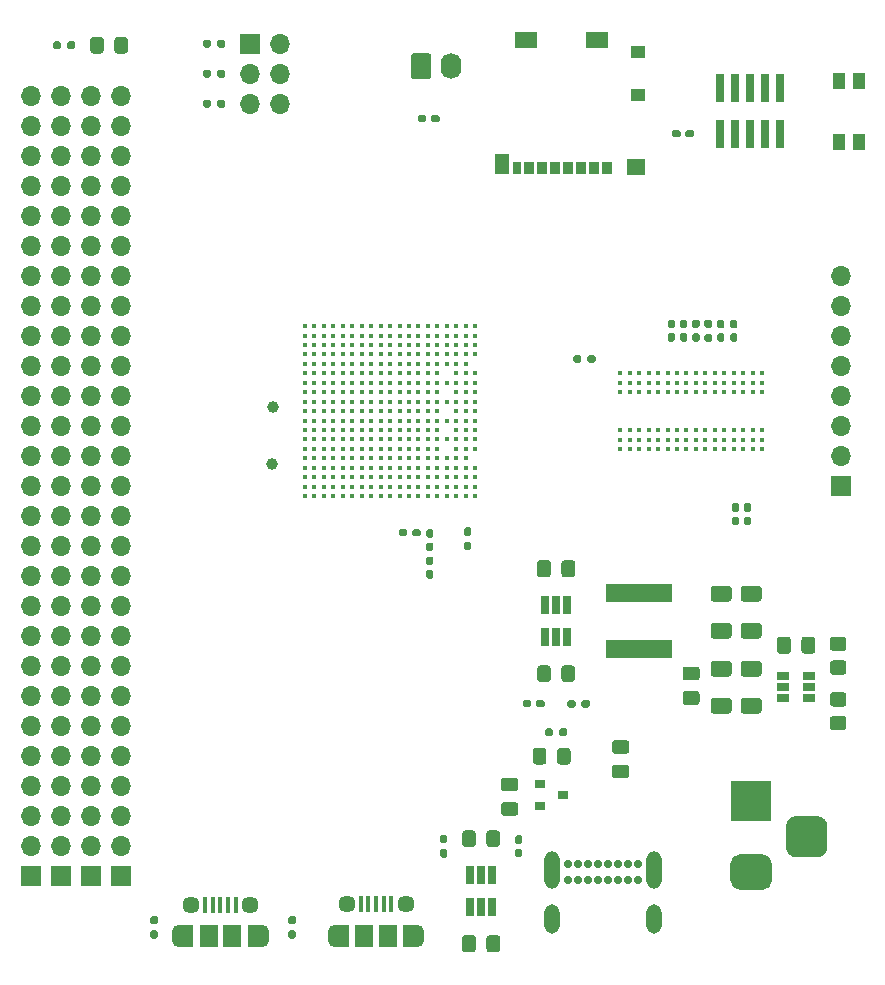
<source format=gbr>
%TF.GenerationSoftware,KiCad,Pcbnew,(5.1.8-0-10_14)*%
%TF.CreationDate,2021-04-06T01:22:42+01:00*%
%TF.ProjectId,STM32MP1_TestBoard_RevB,53544d33-324d-4503-915f-54657374426f,rev?*%
%TF.SameCoordinates,Original*%
%TF.FileFunction,Soldermask,Top*%
%TF.FilePolarity,Negative*%
%FSLAX46Y46*%
G04 Gerber Fmt 4.6, Leading zero omitted, Abs format (unit mm)*
G04 Created by KiCad (PCBNEW (5.1.8-0-10_14)) date 2021-04-06 01:22:42*
%MOMM*%
%LPD*%
G01*
G04 APERTURE LIST*
%ADD10R,0.650000X1.560000*%
%ADD11O,1.740000X2.190000*%
%ADD12C,1.000000*%
%ADD13O,1.300000X2.500000*%
%ADD14O,1.300000X3.200000*%
%ADD15C,0.700000*%
%ADD16R,1.900000X1.350000*%
%ADD17R,1.200000X1.000000*%
%ADD18R,1.550000X1.350000*%
%ADD19R,1.170000X1.800000*%
%ADD20R,0.850000X1.100000*%
%ADD21R,0.750000X1.100000*%
%ADD22R,1.000000X1.450000*%
%ADD23C,0.400000*%
%ADD24O,1.700000X1.700000*%
%ADD25R,1.700000X1.700000*%
%ADD26R,3.500000X3.500000*%
%ADD27R,1.200000X1.900000*%
%ADD28O,1.200000X1.900000*%
%ADD29R,1.500000X1.900000*%
%ADD30C,1.450000*%
%ADD31R,0.400000X1.350000*%
%ADD32R,1.060000X0.650000*%
%ADD33R,0.900000X0.800000*%
%ADD34R,5.700000X1.600000*%
%ADD35R,0.740000X2.400000*%
G04 APERTURE END LIST*
D10*
%TO.C,U6*%
X173990000Y-119300000D03*
X173040000Y-119300000D03*
X174940000Y-119300000D03*
X174940000Y-122000000D03*
X173990000Y-122000000D03*
X173040000Y-122000000D03*
%TD*%
%TO.C,U5*%
X167640000Y-144860000D03*
X168590000Y-144860000D03*
X166690000Y-144860000D03*
X166690000Y-142160000D03*
X167640000Y-142160000D03*
X168590000Y-142160000D03*
%TD*%
%TO.C,R26*%
G36*
G01*
X175655000Y-127475000D02*
X175655000Y-127795000D01*
G75*
G02*
X175495000Y-127955000I-160000J0D01*
G01*
X175100000Y-127955000D01*
G75*
G02*
X174940000Y-127795000I0J160000D01*
G01*
X174940000Y-127475000D01*
G75*
G02*
X175100000Y-127315000I160000J0D01*
G01*
X175495000Y-127315000D01*
G75*
G02*
X175655000Y-127475000I0J-160000D01*
G01*
G37*
G36*
G01*
X176850000Y-127475000D02*
X176850000Y-127795000D01*
G75*
G02*
X176690000Y-127955000I-160000J0D01*
G01*
X176295000Y-127955000D01*
G75*
G02*
X176135000Y-127795000I0J160000D01*
G01*
X176135000Y-127475000D01*
G75*
G02*
X176295000Y-127315000I160000J0D01*
G01*
X176690000Y-127315000D01*
G75*
G02*
X176850000Y-127475000I0J-160000D01*
G01*
G37*
%TD*%
%TO.C,D2*%
G36*
G01*
X173540000Y-124644999D02*
X173540000Y-125545001D01*
G75*
G02*
X173290001Y-125795000I-249999J0D01*
G01*
X172639999Y-125795000D01*
G75*
G02*
X172390000Y-125545001I0J249999D01*
G01*
X172390000Y-124644999D01*
G75*
G02*
X172639999Y-124395000I249999J0D01*
G01*
X173290001Y-124395000D01*
G75*
G02*
X173540000Y-124644999I0J-249999D01*
G01*
G37*
G36*
G01*
X175590000Y-124644999D02*
X175590000Y-125545001D01*
G75*
G02*
X175340001Y-125795000I-249999J0D01*
G01*
X174689999Y-125795000D01*
G75*
G02*
X174440000Y-125545001I0J249999D01*
G01*
X174440000Y-124644999D01*
G75*
G02*
X174689999Y-124395000I249999J0D01*
G01*
X175340001Y-124395000D01*
G75*
G02*
X175590000Y-124644999I0J-249999D01*
G01*
G37*
%TD*%
%TO.C,C44*%
G36*
G01*
X172285000Y-127790000D02*
X172285000Y-127480000D01*
G75*
G02*
X172440000Y-127325000I155000J0D01*
G01*
X172865000Y-127325000D01*
G75*
G02*
X173020000Y-127480000I0J-155000D01*
G01*
X173020000Y-127790000D01*
G75*
G02*
X172865000Y-127945000I-155000J0D01*
G01*
X172440000Y-127945000D01*
G75*
G02*
X172285000Y-127790000I0J155000D01*
G01*
G37*
G36*
G01*
X171150000Y-127790000D02*
X171150000Y-127480000D01*
G75*
G02*
X171305000Y-127325000I155000J0D01*
G01*
X171730000Y-127325000D01*
G75*
G02*
X171885000Y-127480000I0J-155000D01*
G01*
X171885000Y-127790000D01*
G75*
G02*
X171730000Y-127945000I-155000J0D01*
G01*
X171305000Y-127945000D01*
G75*
G02*
X171150000Y-127790000I0J155000D01*
G01*
G37*
%TD*%
%TO.C,C43*%
G36*
G01*
X174440000Y-116680000D02*
X174440000Y-115730000D01*
G75*
G02*
X174690000Y-115480000I250000J0D01*
G01*
X175365000Y-115480000D01*
G75*
G02*
X175615000Y-115730000I0J-250000D01*
G01*
X175615000Y-116680000D01*
G75*
G02*
X175365000Y-116930000I-250000J0D01*
G01*
X174690000Y-116930000D01*
G75*
G02*
X174440000Y-116680000I0J250000D01*
G01*
G37*
G36*
G01*
X172365000Y-116680000D02*
X172365000Y-115730000D01*
G75*
G02*
X172615000Y-115480000I250000J0D01*
G01*
X173290000Y-115480000D01*
G75*
G02*
X173540000Y-115730000I0J-250000D01*
G01*
X173540000Y-116680000D01*
G75*
G02*
X173290000Y-116930000I-250000J0D01*
G01*
X172615000Y-116930000D01*
G75*
G02*
X172365000Y-116680000I0J250000D01*
G01*
G37*
%TD*%
%TO.C,C41*%
G36*
G01*
X170660000Y-139900000D02*
X170970000Y-139900000D01*
G75*
G02*
X171125000Y-140055000I0J-155000D01*
G01*
X171125000Y-140480000D01*
G75*
G02*
X170970000Y-140635000I-155000J0D01*
G01*
X170660000Y-140635000D01*
G75*
G02*
X170505000Y-140480000I0J155000D01*
G01*
X170505000Y-140055000D01*
G75*
G02*
X170660000Y-139900000I155000J0D01*
G01*
G37*
G36*
G01*
X170660000Y-138765000D02*
X170970000Y-138765000D01*
G75*
G02*
X171125000Y-138920000I0J-155000D01*
G01*
X171125000Y-139345000D01*
G75*
G02*
X170970000Y-139500000I-155000J0D01*
G01*
X170660000Y-139500000D01*
G75*
G02*
X170505000Y-139345000I0J155000D01*
G01*
X170505000Y-138920000D01*
G75*
G02*
X170660000Y-138765000I155000J0D01*
G01*
G37*
%TD*%
%TO.C,C39*%
G36*
G01*
X167190000Y-147480000D02*
X167190000Y-148430000D01*
G75*
G02*
X166940000Y-148680000I-250000J0D01*
G01*
X166265000Y-148680000D01*
G75*
G02*
X166015000Y-148430000I0J250000D01*
G01*
X166015000Y-147480000D01*
G75*
G02*
X166265000Y-147230000I250000J0D01*
G01*
X166940000Y-147230000D01*
G75*
G02*
X167190000Y-147480000I0J-250000D01*
G01*
G37*
G36*
G01*
X169265000Y-147480000D02*
X169265000Y-148430000D01*
G75*
G02*
X169015000Y-148680000I-250000J0D01*
G01*
X168340000Y-148680000D01*
G75*
G02*
X168090000Y-148430000I0J250000D01*
G01*
X168090000Y-147480000D01*
G75*
G02*
X168340000Y-147230000I250000J0D01*
G01*
X169015000Y-147230000D01*
G75*
G02*
X169265000Y-147480000I0J-250000D01*
G01*
G37*
%TD*%
D11*
%TO.C,J12*%
X165100000Y-73660000D03*
G36*
G01*
X161690000Y-74505001D02*
X161690000Y-72814999D01*
G75*
G02*
X161939999Y-72565000I249999J0D01*
G01*
X163180001Y-72565000D01*
G75*
G02*
X163430000Y-72814999I0J-249999D01*
G01*
X163430000Y-74505001D01*
G75*
G02*
X163180001Y-74755000I-249999J0D01*
G01*
X161939999Y-74755000D01*
G75*
G02*
X161690000Y-74505001I0J249999D01*
G01*
G37*
%TD*%
%TO.C,C38*%
G36*
G01*
X162995000Y-77950000D02*
X162995000Y-78260000D01*
G75*
G02*
X162840000Y-78415000I-155000J0D01*
G01*
X162415000Y-78415000D01*
G75*
G02*
X162260000Y-78260000I0J155000D01*
G01*
X162260000Y-77950000D01*
G75*
G02*
X162415000Y-77795000I155000J0D01*
G01*
X162840000Y-77795000D01*
G75*
G02*
X162995000Y-77950000I0J-155000D01*
G01*
G37*
G36*
G01*
X164130000Y-77950000D02*
X164130000Y-78260000D01*
G75*
G02*
X163975000Y-78415000I-155000J0D01*
G01*
X163550000Y-78415000D01*
G75*
G02*
X163395000Y-78260000I0J155000D01*
G01*
X163395000Y-77950000D01*
G75*
G02*
X163550000Y-77795000I155000J0D01*
G01*
X163975000Y-77795000D01*
G75*
G02*
X164130000Y-77950000I0J-155000D01*
G01*
G37*
%TD*%
D12*
%TO.C,TP2*%
X149923500Y-107378500D03*
%TD*%
D13*
%TO.C,J11*%
X182270400Y-145846800D03*
X173639480Y-145836640D03*
D14*
X182306000Y-141696000D03*
X173656000Y-141696000D03*
D15*
X178406000Y-142548000D03*
X180956000Y-142544800D03*
X180106000Y-142548000D03*
X179256000Y-142548000D03*
X174993300Y-142544800D03*
X176695100Y-142544800D03*
X177556000Y-142548000D03*
X175844200Y-142544800D03*
X180962300Y-141185900D03*
X180111400Y-141185900D03*
X179256000Y-141185900D03*
X178406000Y-141185000D03*
X177556000Y-141185000D03*
X176695100Y-141185000D03*
X175844200Y-141185000D03*
X174993300Y-141185000D03*
%TD*%
%TO.C,C3*%
G36*
G01*
X170528000Y-135059000D02*
X169578000Y-135059000D01*
G75*
G02*
X169328000Y-134809000I0J250000D01*
G01*
X169328000Y-134134000D01*
G75*
G02*
X169578000Y-133884000I250000J0D01*
G01*
X170528000Y-133884000D01*
G75*
G02*
X170778000Y-134134000I0J-250000D01*
G01*
X170778000Y-134809000D01*
G75*
G02*
X170528000Y-135059000I-250000J0D01*
G01*
G37*
G36*
G01*
X170528000Y-137134000D02*
X169578000Y-137134000D01*
G75*
G02*
X169328000Y-136884000I0J250000D01*
G01*
X169328000Y-136209000D01*
G75*
G02*
X169578000Y-135959000I250000J0D01*
G01*
X170528000Y-135959000D01*
G75*
G02*
X170778000Y-136209000I0J-250000D01*
G01*
X170778000Y-136884000D01*
G75*
G02*
X170528000Y-137134000I-250000J0D01*
G01*
G37*
%TD*%
%TO.C,C1*%
G36*
G01*
X178976000Y-132784000D02*
X179926000Y-132784000D01*
G75*
G02*
X180176000Y-133034000I0J-250000D01*
G01*
X180176000Y-133709000D01*
G75*
G02*
X179926000Y-133959000I-250000J0D01*
G01*
X178976000Y-133959000D01*
G75*
G02*
X178726000Y-133709000I0J250000D01*
G01*
X178726000Y-133034000D01*
G75*
G02*
X178976000Y-132784000I250000J0D01*
G01*
G37*
G36*
G01*
X178976000Y-130709000D02*
X179926000Y-130709000D01*
G75*
G02*
X180176000Y-130959000I0J-250000D01*
G01*
X180176000Y-131634000D01*
G75*
G02*
X179926000Y-131884000I-250000J0D01*
G01*
X178976000Y-131884000D01*
G75*
G02*
X178726000Y-131634000I0J250000D01*
G01*
X178726000Y-130959000D01*
G75*
G02*
X178976000Y-130709000I250000J0D01*
G01*
G37*
%TD*%
D16*
%TO.C,J10*%
X171466500Y-71460000D03*
X177436500Y-71460000D03*
D17*
X180936500Y-76135000D03*
X180936500Y-72435000D03*
D18*
X180761500Y-82160000D03*
D19*
X169441500Y-81935000D03*
D20*
X171701500Y-82285000D03*
X172801500Y-82285000D03*
X173901500Y-82285000D03*
X175001500Y-82285000D03*
X176101500Y-82285000D03*
X177201500Y-82285000D03*
D21*
X170651500Y-82285000D03*
D20*
X178301500Y-82285000D03*
%TD*%
D22*
%TO.C,SW2*%
X199605000Y-80045000D03*
X199605000Y-74895000D03*
X197905000Y-74895000D03*
X197905000Y-80045000D03*
%TD*%
D23*
%TO.C,U1*%
X167131000Y-110057000D03*
X167131000Y-109257000D03*
X167131000Y-108457000D03*
X167131000Y-107657000D03*
X167131000Y-106057000D03*
X167131000Y-105257000D03*
X167131000Y-104457000D03*
X167131000Y-103657000D03*
X167131000Y-102857000D03*
X167131000Y-102057000D03*
X167131000Y-101257000D03*
X167131000Y-100457000D03*
X167131000Y-99657000D03*
X167131000Y-98057000D03*
X167131000Y-97257000D03*
X167131000Y-96457000D03*
X167131000Y-95657000D03*
X166331000Y-110057000D03*
X166331000Y-109257000D03*
X166331000Y-108457000D03*
X166331000Y-107657000D03*
X166331000Y-106857000D03*
X166331000Y-106057000D03*
X166331000Y-105257000D03*
X166331000Y-104457000D03*
X166331000Y-103657000D03*
X166331000Y-102857000D03*
X166331000Y-102057000D03*
X166331000Y-101257000D03*
X166331000Y-100457000D03*
X166331000Y-99657000D03*
X166331000Y-98857000D03*
X166331000Y-98057000D03*
X166331000Y-97257000D03*
X166331000Y-96457000D03*
X166331000Y-95657000D03*
X165531000Y-110057000D03*
X165531000Y-109257000D03*
X165531000Y-108457000D03*
X165531000Y-107657000D03*
X165531000Y-106857000D03*
X165531000Y-106057000D03*
X165531000Y-105257000D03*
X165531000Y-104457000D03*
X165531000Y-103657000D03*
X165531000Y-102857000D03*
X165531000Y-102057000D03*
X165531000Y-101257000D03*
X165531000Y-100457000D03*
X165531000Y-99657000D03*
X165531000Y-98857000D03*
X165531000Y-98057000D03*
X165531000Y-97257000D03*
X165531000Y-96457000D03*
X165531000Y-95657000D03*
X164731000Y-110057000D03*
X164731000Y-109257000D03*
X164731000Y-108457000D03*
X164731000Y-107657000D03*
X164731000Y-106857000D03*
X164731000Y-105257000D03*
X164731000Y-103657000D03*
X164731000Y-102057000D03*
X164731000Y-100457000D03*
X164731000Y-98857000D03*
X164731000Y-98057000D03*
X164731000Y-97257000D03*
X164731000Y-96457000D03*
X164731000Y-95657000D03*
X163931000Y-110057000D03*
X163931000Y-109257000D03*
X163931000Y-108457000D03*
X163931000Y-107657000D03*
X163931000Y-106857000D03*
X163931000Y-106057000D03*
X163931000Y-105257000D03*
X163931000Y-104457000D03*
X163931000Y-103657000D03*
X163931000Y-102857000D03*
X163931000Y-102057000D03*
X163931000Y-101257000D03*
X163931000Y-100457000D03*
X163931000Y-99657000D03*
X163931000Y-98857000D03*
X163931000Y-98057000D03*
X163931000Y-97257000D03*
X163931000Y-96457000D03*
X163931000Y-95657000D03*
X163131000Y-110057000D03*
X163131000Y-109257000D03*
X163131000Y-108457000D03*
X163131000Y-107657000D03*
X163131000Y-106857000D03*
X163131000Y-106057000D03*
X163131000Y-105257000D03*
X163131000Y-104457000D03*
X163131000Y-103657000D03*
X163131000Y-102857000D03*
X163131000Y-102057000D03*
X163131000Y-101257000D03*
X163131000Y-100457000D03*
X163131000Y-99657000D03*
X163131000Y-98857000D03*
X163131000Y-98057000D03*
X163131000Y-97257000D03*
X163131000Y-96457000D03*
X163131000Y-95657000D03*
X162331000Y-110057000D03*
X162331000Y-109257000D03*
X162331000Y-108457000D03*
X162331000Y-107657000D03*
X162331000Y-106857000D03*
X162331000Y-106057000D03*
X162331000Y-105257000D03*
X162331000Y-104457000D03*
X162331000Y-103657000D03*
X162331000Y-102857000D03*
X162331000Y-102057000D03*
X162331000Y-101257000D03*
X162331000Y-100457000D03*
X162331000Y-99657000D03*
X162331000Y-98857000D03*
X162331000Y-98057000D03*
X162331000Y-97257000D03*
X162331000Y-96457000D03*
X162331000Y-95657000D03*
X161531000Y-110057000D03*
X161531000Y-109257000D03*
X161531000Y-108457000D03*
X161531000Y-107657000D03*
X161531000Y-106857000D03*
X161531000Y-106057000D03*
X161531000Y-105257000D03*
X161531000Y-104457000D03*
X161531000Y-103657000D03*
X161531000Y-102857000D03*
X161531000Y-102057000D03*
X161531000Y-101257000D03*
X161531000Y-100457000D03*
X161531000Y-99657000D03*
X161531000Y-98857000D03*
X161531000Y-98057000D03*
X161531000Y-97257000D03*
X161531000Y-96457000D03*
X161531000Y-95657000D03*
X160731000Y-110057000D03*
X160731000Y-109257000D03*
X160731000Y-108457000D03*
X160731000Y-107657000D03*
X160731000Y-106857000D03*
X160731000Y-106057000D03*
X160731000Y-105257000D03*
X160731000Y-104457000D03*
X160731000Y-103657000D03*
X160731000Y-102857000D03*
X160731000Y-102057000D03*
X160731000Y-101257000D03*
X160731000Y-100457000D03*
X160731000Y-99657000D03*
X160731000Y-98857000D03*
X160731000Y-98057000D03*
X160731000Y-97257000D03*
X160731000Y-96457000D03*
X160731000Y-95657000D03*
X159931000Y-110057000D03*
X159931000Y-109257000D03*
X159931000Y-108457000D03*
X159931000Y-107657000D03*
X159931000Y-106857000D03*
X159931000Y-106057000D03*
X159931000Y-105257000D03*
X159931000Y-104457000D03*
X159931000Y-103657000D03*
X159931000Y-102857000D03*
X159931000Y-102057000D03*
X159931000Y-101257000D03*
X159931000Y-100457000D03*
X159931000Y-99657000D03*
X159931000Y-98857000D03*
X159931000Y-98057000D03*
X159931000Y-97257000D03*
X159931000Y-96457000D03*
X159931000Y-95657000D03*
X159131000Y-110057000D03*
X159131000Y-109257000D03*
X159131000Y-108457000D03*
X159131000Y-107657000D03*
X159131000Y-106857000D03*
X159131000Y-106057000D03*
X159131000Y-105257000D03*
X159131000Y-104457000D03*
X159131000Y-103657000D03*
X159131000Y-102857000D03*
X159131000Y-102057000D03*
X159131000Y-101257000D03*
X159131000Y-100457000D03*
X159131000Y-99657000D03*
X159131000Y-98857000D03*
X159131000Y-98057000D03*
X159131000Y-97257000D03*
X159131000Y-96457000D03*
X159131000Y-95657000D03*
X158331000Y-110057000D03*
X158331000Y-109257000D03*
X158331000Y-108457000D03*
X158331000Y-107657000D03*
X158331000Y-106857000D03*
X158331000Y-106057000D03*
X158331000Y-105257000D03*
X158331000Y-104457000D03*
X158331000Y-103657000D03*
X158331000Y-102857000D03*
X158331000Y-102057000D03*
X158331000Y-101257000D03*
X158331000Y-100457000D03*
X158331000Y-99657000D03*
X158331000Y-98857000D03*
X158331000Y-98057000D03*
X158331000Y-97257000D03*
X158331000Y-96457000D03*
X158331000Y-95657000D03*
X157531000Y-110057000D03*
X157531000Y-109257000D03*
X157531000Y-108457000D03*
X157531000Y-107657000D03*
X157531000Y-106857000D03*
X157531000Y-106057000D03*
X157531000Y-105257000D03*
X157531000Y-104457000D03*
X157531000Y-103657000D03*
X157531000Y-102857000D03*
X157531000Y-102057000D03*
X157531000Y-101257000D03*
X157531000Y-100457000D03*
X157531000Y-99657000D03*
X157531000Y-98857000D03*
X157531000Y-98057000D03*
X157531000Y-97257000D03*
X157531000Y-96457000D03*
X157531000Y-95657000D03*
X156731000Y-110057000D03*
X156731000Y-109257000D03*
X156731000Y-108457000D03*
X156731000Y-107657000D03*
X156731000Y-106857000D03*
X156731000Y-106057000D03*
X156731000Y-105257000D03*
X156731000Y-104457000D03*
X156731000Y-103657000D03*
X156731000Y-102857000D03*
X156731000Y-102057000D03*
X156731000Y-101257000D03*
X156731000Y-100457000D03*
X156731000Y-99657000D03*
X156731000Y-98857000D03*
X156731000Y-98057000D03*
X156731000Y-97257000D03*
X156731000Y-96457000D03*
X156731000Y-95657000D03*
X155931000Y-110057000D03*
X155931000Y-109257000D03*
X155931000Y-108457000D03*
X155931000Y-107657000D03*
X155931000Y-106857000D03*
X155931000Y-106057000D03*
X155931000Y-105257000D03*
X155931000Y-104457000D03*
X155931000Y-103657000D03*
X155931000Y-102857000D03*
X155931000Y-102057000D03*
X155931000Y-101257000D03*
X155931000Y-100457000D03*
X155931000Y-99657000D03*
X155931000Y-98857000D03*
X155931000Y-98057000D03*
X155931000Y-97257000D03*
X155931000Y-96457000D03*
X155931000Y-95657000D03*
X155131000Y-110057000D03*
X155131000Y-109257000D03*
X155131000Y-108457000D03*
X155131000Y-107657000D03*
X155131000Y-106857000D03*
X155131000Y-106057000D03*
X155131000Y-105257000D03*
X155131000Y-104457000D03*
X155131000Y-103657000D03*
X155131000Y-102857000D03*
X155131000Y-102057000D03*
X155131000Y-101257000D03*
X155131000Y-100457000D03*
X155131000Y-99657000D03*
X155131000Y-98857000D03*
X155131000Y-98057000D03*
X155131000Y-97257000D03*
X155131000Y-96457000D03*
X155131000Y-95657000D03*
X154331000Y-110057000D03*
X154331000Y-109257000D03*
X154331000Y-108457000D03*
X154331000Y-107657000D03*
X154331000Y-106857000D03*
X154331000Y-106057000D03*
X154331000Y-105257000D03*
X154331000Y-104457000D03*
X154331000Y-103657000D03*
X154331000Y-102857000D03*
X154331000Y-102057000D03*
X154331000Y-101257000D03*
X154331000Y-100457000D03*
X154331000Y-99657000D03*
X154331000Y-98857000D03*
X154331000Y-98057000D03*
X154331000Y-97257000D03*
X154331000Y-96457000D03*
X154331000Y-95657000D03*
X153531000Y-110057000D03*
X153531000Y-109257000D03*
X153531000Y-108457000D03*
X153531000Y-107657000D03*
X153531000Y-106857000D03*
X153531000Y-106057000D03*
X153531000Y-105257000D03*
X153531000Y-104457000D03*
X153531000Y-103657000D03*
X153531000Y-102857000D03*
X153531000Y-102057000D03*
X153531000Y-101257000D03*
X153531000Y-100457000D03*
X153531000Y-99657000D03*
X153531000Y-98857000D03*
X153531000Y-98057000D03*
X153531000Y-97257000D03*
X153531000Y-96457000D03*
X153531000Y-95657000D03*
X152731000Y-110057000D03*
X152731000Y-109257000D03*
X152731000Y-108457000D03*
X152731000Y-107657000D03*
X152731000Y-106857000D03*
X152731000Y-106057000D03*
X152731000Y-105257000D03*
X152731000Y-104457000D03*
X152731000Y-103657000D03*
X152731000Y-102857000D03*
X152731000Y-102057000D03*
X152731000Y-101257000D03*
X152731000Y-100457000D03*
X152731000Y-99657000D03*
X152731000Y-98857000D03*
X152731000Y-98057000D03*
X152731000Y-97257000D03*
X152731000Y-96457000D03*
X152731000Y-95657000D03*
%TD*%
D24*
%TO.C,J7*%
X198120000Y-91440000D03*
X198120000Y-93980000D03*
X198120000Y-96520000D03*
X198120000Y-99060000D03*
X198120000Y-101600000D03*
X198120000Y-104140000D03*
X198120000Y-106680000D03*
D25*
X198120000Y-109220000D03*
%TD*%
D12*
%TO.C,TP1*%
X149987000Y-102489000D03*
%TD*%
%TO.C,R19*%
G36*
G01*
X173750000Y-129888000D02*
X173750000Y-130208000D01*
G75*
G02*
X173590000Y-130368000I-160000J0D01*
G01*
X173195000Y-130368000D01*
G75*
G02*
X173035000Y-130208000I0J160000D01*
G01*
X173035000Y-129888000D01*
G75*
G02*
X173195000Y-129728000I160000J0D01*
G01*
X173590000Y-129728000D01*
G75*
G02*
X173750000Y-129888000I0J-160000D01*
G01*
G37*
G36*
G01*
X174945000Y-129888000D02*
X174945000Y-130208000D01*
G75*
G02*
X174785000Y-130368000I-160000J0D01*
G01*
X174390000Y-130368000D01*
G75*
G02*
X174230000Y-130208000I0J160000D01*
G01*
X174230000Y-129888000D01*
G75*
G02*
X174390000Y-129728000I160000J0D01*
G01*
X174785000Y-129728000D01*
G75*
G02*
X174945000Y-129888000I0J-160000D01*
G01*
G37*
%TD*%
%TO.C,R18*%
G36*
G01*
X164305000Y-139940000D02*
X164625000Y-139940000D01*
G75*
G02*
X164785000Y-140100000I0J-160000D01*
G01*
X164785000Y-140495000D01*
G75*
G02*
X164625000Y-140655000I-160000J0D01*
G01*
X164305000Y-140655000D01*
G75*
G02*
X164145000Y-140495000I0J160000D01*
G01*
X164145000Y-140100000D01*
G75*
G02*
X164305000Y-139940000I160000J0D01*
G01*
G37*
G36*
G01*
X164305000Y-138745000D02*
X164625000Y-138745000D01*
G75*
G02*
X164785000Y-138905000I0J-160000D01*
G01*
X164785000Y-139300000D01*
G75*
G02*
X164625000Y-139460000I-160000J0D01*
G01*
X164305000Y-139460000D01*
G75*
G02*
X164145000Y-139300000I0J160000D01*
G01*
X164145000Y-138905000D01*
G75*
G02*
X164305000Y-138745000I160000J0D01*
G01*
G37*
%TD*%
%TO.C,D4*%
G36*
G01*
X173159000Y-131629999D02*
X173159000Y-132530001D01*
G75*
G02*
X172909001Y-132780000I-249999J0D01*
G01*
X172258999Y-132780000D01*
G75*
G02*
X172009000Y-132530001I0J249999D01*
G01*
X172009000Y-131629999D01*
G75*
G02*
X172258999Y-131380000I249999J0D01*
G01*
X172909001Y-131380000D01*
G75*
G02*
X173159000Y-131629999I0J-249999D01*
G01*
G37*
G36*
G01*
X175209000Y-131629999D02*
X175209000Y-132530001D01*
G75*
G02*
X174959001Y-132780000I-249999J0D01*
G01*
X174308999Y-132780000D01*
G75*
G02*
X174059000Y-132530001I0J249999D01*
G01*
X174059000Y-131629999D01*
G75*
G02*
X174308999Y-131380000I249999J0D01*
G01*
X174959001Y-131380000D01*
G75*
G02*
X175209000Y-131629999I0J-249999D01*
G01*
G37*
%TD*%
%TO.C,D3*%
G36*
G01*
X168090000Y-139515001D02*
X168090000Y-138614999D01*
G75*
G02*
X168339999Y-138365000I249999J0D01*
G01*
X168990001Y-138365000D01*
G75*
G02*
X169240000Y-138614999I0J-249999D01*
G01*
X169240000Y-139515001D01*
G75*
G02*
X168990001Y-139765000I-249999J0D01*
G01*
X168339999Y-139765000D01*
G75*
G02*
X168090000Y-139515001I0J249999D01*
G01*
G37*
G36*
G01*
X166040000Y-139515001D02*
X166040000Y-138614999D01*
G75*
G02*
X166289999Y-138365000I249999J0D01*
G01*
X166940001Y-138365000D01*
G75*
G02*
X167190000Y-138614999I0J-249999D01*
G01*
X167190000Y-139515001D01*
G75*
G02*
X166940001Y-139765000I-249999J0D01*
G01*
X166289999Y-139765000D01*
G75*
G02*
X166040000Y-139515001I0J249999D01*
G01*
G37*
%TD*%
%TO.C,J9*%
G36*
G01*
X196075000Y-140640000D02*
X194325000Y-140640000D01*
G75*
G02*
X193450000Y-139765000I0J875000D01*
G01*
X193450000Y-138015000D01*
G75*
G02*
X194325000Y-137140000I875000J0D01*
G01*
X196075000Y-137140000D01*
G75*
G02*
X196950000Y-138015000I0J-875000D01*
G01*
X196950000Y-139765000D01*
G75*
G02*
X196075000Y-140640000I-875000J0D01*
G01*
G37*
G36*
G01*
X191500000Y-143390000D02*
X189500000Y-143390000D01*
G75*
G02*
X188750000Y-142640000I0J750000D01*
G01*
X188750000Y-141140000D01*
G75*
G02*
X189500000Y-140390000I750000J0D01*
G01*
X191500000Y-140390000D01*
G75*
G02*
X192250000Y-141140000I0J-750000D01*
G01*
X192250000Y-142640000D01*
G75*
G02*
X191500000Y-143390000I-750000J0D01*
G01*
G37*
D26*
X190500000Y-135890000D03*
%TD*%
%TO.C,C57*%
G36*
G01*
X185981400Y-96972400D02*
X185671400Y-96972400D01*
G75*
G02*
X185516400Y-96817400I0J155000D01*
G01*
X185516400Y-96392400D01*
G75*
G02*
X185671400Y-96237400I155000J0D01*
G01*
X185981400Y-96237400D01*
G75*
G02*
X186136400Y-96392400I0J-155000D01*
G01*
X186136400Y-96817400D01*
G75*
G02*
X185981400Y-96972400I-155000J0D01*
G01*
G37*
G36*
G01*
X185981400Y-95837400D02*
X185671400Y-95837400D01*
G75*
G02*
X185516400Y-95682400I0J155000D01*
G01*
X185516400Y-95257400D01*
G75*
G02*
X185671400Y-95102400I155000J0D01*
G01*
X185981400Y-95102400D01*
G75*
G02*
X186136400Y-95257400I0J-155000D01*
G01*
X186136400Y-95682400D01*
G75*
G02*
X185981400Y-95837400I-155000J0D01*
G01*
G37*
%TD*%
%TO.C,C40*%
G36*
G01*
X189024200Y-110647200D02*
X189334200Y-110647200D01*
G75*
G02*
X189489200Y-110802200I0J-155000D01*
G01*
X189489200Y-111227200D01*
G75*
G02*
X189334200Y-111382200I-155000J0D01*
G01*
X189024200Y-111382200D01*
G75*
G02*
X188869200Y-111227200I0J155000D01*
G01*
X188869200Y-110802200D01*
G75*
G02*
X189024200Y-110647200I155000J0D01*
G01*
G37*
G36*
G01*
X189024200Y-111782200D02*
X189334200Y-111782200D01*
G75*
G02*
X189489200Y-111937200I0J-155000D01*
G01*
X189489200Y-112362200D01*
G75*
G02*
X189334200Y-112517200I-155000J0D01*
G01*
X189024200Y-112517200D01*
G75*
G02*
X188869200Y-112362200I0J155000D01*
G01*
X188869200Y-111937200D01*
G75*
G02*
X189024200Y-111782200I155000J0D01*
G01*
G37*
%TD*%
%TO.C,R15*%
G36*
G01*
X175422600Y-98610400D02*
X175422600Y-98290400D01*
G75*
G02*
X175582600Y-98130400I160000J0D01*
G01*
X175977600Y-98130400D01*
G75*
G02*
X176137600Y-98290400I0J-160000D01*
G01*
X176137600Y-98610400D01*
G75*
G02*
X175977600Y-98770400I-160000J0D01*
G01*
X175582600Y-98770400D01*
G75*
G02*
X175422600Y-98610400I0J160000D01*
G01*
G37*
G36*
G01*
X176617600Y-98610400D02*
X176617600Y-98290400D01*
G75*
G02*
X176777600Y-98130400I160000J0D01*
G01*
X177172600Y-98130400D01*
G75*
G02*
X177332600Y-98290400I0J-160000D01*
G01*
X177332600Y-98610400D01*
G75*
G02*
X177172600Y-98770400I-160000J0D01*
G01*
X176777600Y-98770400D01*
G75*
G02*
X176617600Y-98610400I0J160000D01*
G01*
G37*
%TD*%
%TO.C,C62*%
G36*
G01*
X183898600Y-96972400D02*
X183588600Y-96972400D01*
G75*
G02*
X183433600Y-96817400I0J155000D01*
G01*
X183433600Y-96392400D01*
G75*
G02*
X183588600Y-96237400I155000J0D01*
G01*
X183898600Y-96237400D01*
G75*
G02*
X184053600Y-96392400I0J-155000D01*
G01*
X184053600Y-96817400D01*
G75*
G02*
X183898600Y-96972400I-155000J0D01*
G01*
G37*
G36*
G01*
X183898600Y-95837400D02*
X183588600Y-95837400D01*
G75*
G02*
X183433600Y-95682400I0J155000D01*
G01*
X183433600Y-95257400D01*
G75*
G02*
X183588600Y-95102400I155000J0D01*
G01*
X183898600Y-95102400D01*
G75*
G02*
X184053600Y-95257400I0J-155000D01*
G01*
X184053600Y-95682400D01*
G75*
G02*
X183898600Y-95837400I-155000J0D01*
G01*
G37*
%TD*%
D23*
%TO.C,U2*%
X191420000Y-99670000D03*
X191420000Y-100470000D03*
X191420000Y-101270000D03*
X191420000Y-104470000D03*
X191420000Y-105270000D03*
X191420000Y-106070000D03*
X190620000Y-99670000D03*
X190620000Y-100470000D03*
X190620000Y-101270000D03*
X190620000Y-104470000D03*
X190620000Y-105270000D03*
X190620000Y-106070000D03*
X189820000Y-99670000D03*
X189820000Y-100470000D03*
X189820000Y-101270000D03*
X189820000Y-104470000D03*
X189820000Y-105270000D03*
X189820000Y-106070000D03*
X189020000Y-99670000D03*
X189020000Y-100470000D03*
X189020000Y-101270000D03*
X189020000Y-104470000D03*
X189020000Y-105270000D03*
X189020000Y-106070000D03*
X188220000Y-99670000D03*
X188220000Y-100470000D03*
X188220000Y-101270000D03*
X188220000Y-104470000D03*
X188220000Y-105270000D03*
X188220000Y-106070000D03*
X187420000Y-99670000D03*
X187420000Y-100470000D03*
X187420000Y-101270000D03*
X187420000Y-104470000D03*
X187420000Y-105270000D03*
X187420000Y-106070000D03*
X186620000Y-99670000D03*
X186620000Y-100470000D03*
X186620000Y-101270000D03*
X186620000Y-104470000D03*
X186620000Y-105270000D03*
X186620000Y-106070000D03*
X185820000Y-99670000D03*
X185820000Y-100470000D03*
X185820000Y-101270000D03*
X185820000Y-104470000D03*
X185820000Y-105270000D03*
X185820000Y-106070000D03*
X185020000Y-99670000D03*
X185020000Y-100470000D03*
X185020000Y-101270000D03*
X185020000Y-104470000D03*
X185020000Y-105270000D03*
X185020000Y-106070000D03*
X184220000Y-99670000D03*
X184220000Y-100470000D03*
X184220000Y-101270000D03*
X184220000Y-104470000D03*
X184220000Y-105270000D03*
X184220000Y-106070000D03*
X183420000Y-99670000D03*
X183420000Y-100470000D03*
X183420000Y-101270000D03*
X183420000Y-104470000D03*
X183420000Y-105270000D03*
X183420000Y-106070000D03*
X182620000Y-99670000D03*
X182620000Y-100470000D03*
X182620000Y-101270000D03*
X182620000Y-104470000D03*
X182620000Y-105270000D03*
X182620000Y-106070000D03*
X181820000Y-99670000D03*
X181820000Y-100470000D03*
X181820000Y-101270000D03*
X181820000Y-104470000D03*
X181820000Y-105270000D03*
X181820000Y-106070000D03*
X181020000Y-99670000D03*
X181020000Y-100470000D03*
X181020000Y-101270000D03*
X181020000Y-104470000D03*
X181020000Y-105270000D03*
X181020000Y-106070000D03*
X180220000Y-99670000D03*
X180220000Y-100470000D03*
X180220000Y-101270000D03*
X180220000Y-104470000D03*
X180220000Y-105270000D03*
X180220000Y-106070000D03*
X179420000Y-99670000D03*
X179420000Y-100470000D03*
X179420000Y-101270000D03*
X179420000Y-104470000D03*
X179420000Y-105270000D03*
X179420000Y-106070000D03*
%TD*%
%TO.C,C36*%
G36*
G01*
X189181800Y-96997800D02*
X188871800Y-96997800D01*
G75*
G02*
X188716800Y-96842800I0J155000D01*
G01*
X188716800Y-96417800D01*
G75*
G02*
X188871800Y-96262800I155000J0D01*
G01*
X189181800Y-96262800D01*
G75*
G02*
X189336800Y-96417800I0J-155000D01*
G01*
X189336800Y-96842800D01*
G75*
G02*
X189181800Y-96997800I-155000J0D01*
G01*
G37*
G36*
G01*
X189181800Y-95862800D02*
X188871800Y-95862800D01*
G75*
G02*
X188716800Y-95707800I0J155000D01*
G01*
X188716800Y-95282800D01*
G75*
G02*
X188871800Y-95127800I155000J0D01*
G01*
X189181800Y-95127800D01*
G75*
G02*
X189336800Y-95282800I0J-155000D01*
G01*
X189336800Y-95707800D01*
G75*
G02*
X189181800Y-95862800I-155000J0D01*
G01*
G37*
%TD*%
%TO.C,C52*%
G36*
G01*
X188089600Y-96997800D02*
X187779600Y-96997800D01*
G75*
G02*
X187624600Y-96842800I0J155000D01*
G01*
X187624600Y-96417800D01*
G75*
G02*
X187779600Y-96262800I155000J0D01*
G01*
X188089600Y-96262800D01*
G75*
G02*
X188244600Y-96417800I0J-155000D01*
G01*
X188244600Y-96842800D01*
G75*
G02*
X188089600Y-96997800I-155000J0D01*
G01*
G37*
G36*
G01*
X188089600Y-95862800D02*
X187779600Y-95862800D01*
G75*
G02*
X187624600Y-95707800I0J155000D01*
G01*
X187624600Y-95282800D01*
G75*
G02*
X187779600Y-95127800I155000J0D01*
G01*
X188089600Y-95127800D01*
G75*
G02*
X188244600Y-95282800I0J-155000D01*
G01*
X188244600Y-95707800D01*
G75*
G02*
X188089600Y-95862800I-155000J0D01*
G01*
G37*
%TD*%
%TO.C,C42*%
G36*
G01*
X190040200Y-110647200D02*
X190350200Y-110647200D01*
G75*
G02*
X190505200Y-110802200I0J-155000D01*
G01*
X190505200Y-111227200D01*
G75*
G02*
X190350200Y-111382200I-155000J0D01*
G01*
X190040200Y-111382200D01*
G75*
G02*
X189885200Y-111227200I0J155000D01*
G01*
X189885200Y-110802200D01*
G75*
G02*
X190040200Y-110647200I155000J0D01*
G01*
G37*
G36*
G01*
X190040200Y-111782200D02*
X190350200Y-111782200D01*
G75*
G02*
X190505200Y-111937200I0J-155000D01*
G01*
X190505200Y-112362200D01*
G75*
G02*
X190350200Y-112517200I-155000J0D01*
G01*
X190040200Y-112517200D01*
G75*
G02*
X189885200Y-112362200I0J155000D01*
G01*
X189885200Y-111937200D01*
G75*
G02*
X190040200Y-111782200I155000J0D01*
G01*
G37*
%TD*%
%TO.C,C65*%
G36*
G01*
X184940000Y-96972400D02*
X184630000Y-96972400D01*
G75*
G02*
X184475000Y-96817400I0J155000D01*
G01*
X184475000Y-96392400D01*
G75*
G02*
X184630000Y-96237400I155000J0D01*
G01*
X184940000Y-96237400D01*
G75*
G02*
X185095000Y-96392400I0J-155000D01*
G01*
X185095000Y-96817400D01*
G75*
G02*
X184940000Y-96972400I-155000J0D01*
G01*
G37*
G36*
G01*
X184940000Y-95837400D02*
X184630000Y-95837400D01*
G75*
G02*
X184475000Y-95682400I0J155000D01*
G01*
X184475000Y-95257400D01*
G75*
G02*
X184630000Y-95102400I155000J0D01*
G01*
X184940000Y-95102400D01*
G75*
G02*
X185095000Y-95257400I0J-155000D01*
G01*
X185095000Y-95682400D01*
G75*
G02*
X184940000Y-95837400I-155000J0D01*
G01*
G37*
%TD*%
%TO.C,R52*%
G36*
G01*
X187027800Y-97017800D02*
X186707800Y-97017800D01*
G75*
G02*
X186547800Y-96857800I0J160000D01*
G01*
X186547800Y-96462800D01*
G75*
G02*
X186707800Y-96302800I160000J0D01*
G01*
X187027800Y-96302800D01*
G75*
G02*
X187187800Y-96462800I0J-160000D01*
G01*
X187187800Y-96857800D01*
G75*
G02*
X187027800Y-97017800I-160000J0D01*
G01*
G37*
G36*
G01*
X187027800Y-95822800D02*
X186707800Y-95822800D01*
G75*
G02*
X186547800Y-95662800I0J160000D01*
G01*
X186547800Y-95267800D01*
G75*
G02*
X186707800Y-95107800I160000J0D01*
G01*
X187027800Y-95107800D01*
G75*
G02*
X187187800Y-95267800I0J-160000D01*
G01*
X187187800Y-95662800D01*
G75*
G02*
X187027800Y-95822800I-160000J0D01*
G01*
G37*
%TD*%
%TO.C,R17*%
G36*
G01*
X151798000Y-146318000D02*
X151478000Y-146318000D01*
G75*
G02*
X151318000Y-146158000I0J160000D01*
G01*
X151318000Y-145763000D01*
G75*
G02*
X151478000Y-145603000I160000J0D01*
G01*
X151798000Y-145603000D01*
G75*
G02*
X151958000Y-145763000I0J-160000D01*
G01*
X151958000Y-146158000D01*
G75*
G02*
X151798000Y-146318000I-160000J0D01*
G01*
G37*
G36*
G01*
X151798000Y-147513000D02*
X151478000Y-147513000D01*
G75*
G02*
X151318000Y-147353000I0J160000D01*
G01*
X151318000Y-146958000D01*
G75*
G02*
X151478000Y-146798000I160000J0D01*
G01*
X151798000Y-146798000D01*
G75*
G02*
X151958000Y-146958000I0J-160000D01*
G01*
X151958000Y-147353000D01*
G75*
G02*
X151798000Y-147513000I-160000J0D01*
G01*
G37*
%TD*%
%TO.C,R16*%
G36*
G01*
X139794000Y-146798000D02*
X140114000Y-146798000D01*
G75*
G02*
X140274000Y-146958000I0J-160000D01*
G01*
X140274000Y-147353000D01*
G75*
G02*
X140114000Y-147513000I-160000J0D01*
G01*
X139794000Y-147513000D01*
G75*
G02*
X139634000Y-147353000I0J160000D01*
G01*
X139634000Y-146958000D01*
G75*
G02*
X139794000Y-146798000I160000J0D01*
G01*
G37*
G36*
G01*
X139794000Y-145603000D02*
X140114000Y-145603000D01*
G75*
G02*
X140274000Y-145763000I0J-160000D01*
G01*
X140274000Y-146158000D01*
G75*
G02*
X140114000Y-146318000I-160000J0D01*
G01*
X139794000Y-146318000D01*
G75*
G02*
X139634000Y-146158000I0J160000D01*
G01*
X139634000Y-145763000D01*
G75*
G02*
X139794000Y-145603000I160000J0D01*
G01*
G37*
%TD*%
D27*
%TO.C,J8*%
X142667400Y-147338300D03*
X148467400Y-147338300D03*
D28*
X149067400Y-147338300D03*
X142067400Y-147338300D03*
D29*
X144567400Y-147338300D03*
D30*
X148067400Y-144638300D03*
D31*
X145567400Y-144638300D03*
X146217400Y-144638300D03*
X146867400Y-144638300D03*
X144267400Y-144638300D03*
X144917400Y-144638300D03*
D30*
X143067400Y-144638300D03*
D29*
X146567400Y-147338300D03*
%TD*%
D24*
%TO.C,J5*%
X150622000Y-76835000D03*
X148082000Y-76835000D03*
X150622000Y-74295000D03*
X148082000Y-74295000D03*
X150622000Y-71755000D03*
D25*
X148082000Y-71755000D03*
%TD*%
D24*
%TO.C,J4*%
X129540000Y-76200000D03*
X129540000Y-78740000D03*
X129540000Y-81280000D03*
X129540000Y-83820000D03*
X129540000Y-86360000D03*
X129540000Y-88900000D03*
X129540000Y-91440000D03*
X129540000Y-93980000D03*
X129540000Y-96520000D03*
X129540000Y-99060000D03*
X129540000Y-101600000D03*
X129540000Y-104140000D03*
X129540000Y-106680000D03*
X129540000Y-109220000D03*
X129540000Y-111760000D03*
X129540000Y-114300000D03*
X129540000Y-116840000D03*
X129540000Y-119380000D03*
X129540000Y-121920000D03*
X129540000Y-124460000D03*
X129540000Y-127000000D03*
X129540000Y-129540000D03*
X129540000Y-132080000D03*
X129540000Y-134620000D03*
X129540000Y-137160000D03*
X129540000Y-139700000D03*
D25*
X129540000Y-142240000D03*
%TD*%
D24*
%TO.C,J3*%
X132080000Y-76200000D03*
X132080000Y-78740000D03*
X132080000Y-81280000D03*
X132080000Y-83820000D03*
X132080000Y-86360000D03*
X132080000Y-88900000D03*
X132080000Y-91440000D03*
X132080000Y-93980000D03*
X132080000Y-96520000D03*
X132080000Y-99060000D03*
X132080000Y-101600000D03*
X132080000Y-104140000D03*
X132080000Y-106680000D03*
X132080000Y-109220000D03*
X132080000Y-111760000D03*
X132080000Y-114300000D03*
X132080000Y-116840000D03*
X132080000Y-119380000D03*
X132080000Y-121920000D03*
X132080000Y-124460000D03*
X132080000Y-127000000D03*
X132080000Y-129540000D03*
X132080000Y-132080000D03*
X132080000Y-134620000D03*
X132080000Y-137160000D03*
X132080000Y-139700000D03*
D25*
X132080000Y-142240000D03*
%TD*%
D24*
%TO.C,J2*%
X134620000Y-76200000D03*
X134620000Y-78740000D03*
X134620000Y-81280000D03*
X134620000Y-83820000D03*
X134620000Y-86360000D03*
X134620000Y-88900000D03*
X134620000Y-91440000D03*
X134620000Y-93980000D03*
X134620000Y-96520000D03*
X134620000Y-99060000D03*
X134620000Y-101600000D03*
X134620000Y-104140000D03*
X134620000Y-106680000D03*
X134620000Y-109220000D03*
X134620000Y-111760000D03*
X134620000Y-114300000D03*
X134620000Y-116840000D03*
X134620000Y-119380000D03*
X134620000Y-121920000D03*
X134620000Y-124460000D03*
X134620000Y-127000000D03*
X134620000Y-129540000D03*
X134620000Y-132080000D03*
X134620000Y-134620000D03*
X134620000Y-137160000D03*
X134620000Y-139700000D03*
D25*
X134620000Y-142240000D03*
%TD*%
D24*
%TO.C,J1*%
X137160000Y-76200000D03*
X137160000Y-78740000D03*
X137160000Y-81280000D03*
X137160000Y-83820000D03*
X137160000Y-86360000D03*
X137160000Y-88900000D03*
X137160000Y-91440000D03*
X137160000Y-93980000D03*
X137160000Y-96520000D03*
X137160000Y-99060000D03*
X137160000Y-101600000D03*
X137160000Y-104140000D03*
X137160000Y-106680000D03*
X137160000Y-109220000D03*
X137160000Y-111760000D03*
X137160000Y-114300000D03*
X137160000Y-116840000D03*
X137160000Y-119380000D03*
X137160000Y-121920000D03*
X137160000Y-124460000D03*
X137160000Y-127000000D03*
X137160000Y-129540000D03*
X137160000Y-132080000D03*
X137160000Y-134620000D03*
X137160000Y-137160000D03*
X137160000Y-139700000D03*
D25*
X137160000Y-142240000D03*
%TD*%
%TO.C,C68*%
G36*
G01*
X163141600Y-112857000D02*
X163451600Y-112857000D01*
G75*
G02*
X163606600Y-113012000I0J-155000D01*
G01*
X163606600Y-113437000D01*
G75*
G02*
X163451600Y-113592000I-155000J0D01*
G01*
X163141600Y-113592000D01*
G75*
G02*
X162986600Y-113437000I0J155000D01*
G01*
X162986600Y-113012000D01*
G75*
G02*
X163141600Y-112857000I155000J0D01*
G01*
G37*
G36*
G01*
X163141600Y-113992000D02*
X163451600Y-113992000D01*
G75*
G02*
X163606600Y-114147000I0J-155000D01*
G01*
X163606600Y-114572000D01*
G75*
G02*
X163451600Y-114727000I-155000J0D01*
G01*
X163141600Y-114727000D01*
G75*
G02*
X162986600Y-114572000I0J155000D01*
G01*
X162986600Y-114147000D01*
G75*
G02*
X163141600Y-113992000I155000J0D01*
G01*
G37*
%TD*%
%TO.C,C9*%
G36*
G01*
X162529800Y-113002000D02*
X162529800Y-113312000D01*
G75*
G02*
X162374800Y-113467000I-155000J0D01*
G01*
X161949800Y-113467000D01*
G75*
G02*
X161794800Y-113312000I0J155000D01*
G01*
X161794800Y-113002000D01*
G75*
G02*
X161949800Y-112847000I155000J0D01*
G01*
X162374800Y-112847000D01*
G75*
G02*
X162529800Y-113002000I0J-155000D01*
G01*
G37*
G36*
G01*
X161394800Y-113002000D02*
X161394800Y-113312000D01*
G75*
G02*
X161239800Y-113467000I-155000J0D01*
G01*
X160814800Y-113467000D01*
G75*
G02*
X160659800Y-113312000I0J155000D01*
G01*
X160659800Y-113002000D01*
G75*
G02*
X160814800Y-112847000I155000J0D01*
G01*
X161239800Y-112847000D01*
G75*
G02*
X161394800Y-113002000I0J-155000D01*
G01*
G37*
%TD*%
%TO.C,C17*%
G36*
G01*
X163451600Y-117038400D02*
X163141600Y-117038400D01*
G75*
G02*
X162986600Y-116883400I0J155000D01*
G01*
X162986600Y-116458400D01*
G75*
G02*
X163141600Y-116303400I155000J0D01*
G01*
X163451600Y-116303400D01*
G75*
G02*
X163606600Y-116458400I0J-155000D01*
G01*
X163606600Y-116883400D01*
G75*
G02*
X163451600Y-117038400I-155000J0D01*
G01*
G37*
G36*
G01*
X163451600Y-115903400D02*
X163141600Y-115903400D01*
G75*
G02*
X162986600Y-115748400I0J155000D01*
G01*
X162986600Y-115323400D01*
G75*
G02*
X163141600Y-115168400I155000J0D01*
G01*
X163451600Y-115168400D01*
G75*
G02*
X163606600Y-115323400I0J-155000D01*
G01*
X163606600Y-115748400D01*
G75*
G02*
X163451600Y-115903400I-155000J0D01*
G01*
G37*
%TD*%
%TO.C,C5*%
G36*
G01*
X188610003Y-125338000D02*
X187309997Y-125338000D01*
G75*
G02*
X187060000Y-125088003I0J249997D01*
G01*
X187060000Y-124262997D01*
G75*
G02*
X187309997Y-124013000I249997J0D01*
G01*
X188610003Y-124013000D01*
G75*
G02*
X188860000Y-124262997I0J-249997D01*
G01*
X188860000Y-125088003D01*
G75*
G02*
X188610003Y-125338000I-249997J0D01*
G01*
G37*
G36*
G01*
X188610003Y-128463000D02*
X187309997Y-128463000D01*
G75*
G02*
X187060000Y-128213003I0J249997D01*
G01*
X187060000Y-127387997D01*
G75*
G02*
X187309997Y-127138000I249997J0D01*
G01*
X188610003Y-127138000D01*
G75*
G02*
X188860000Y-127387997I0J-249997D01*
G01*
X188860000Y-128213003D01*
G75*
G02*
X188610003Y-128463000I-249997J0D01*
G01*
G37*
%TD*%
D32*
%TO.C,U4*%
X195410000Y-126238000D03*
X195410000Y-125288000D03*
X195410000Y-127188000D03*
X193210000Y-127188000D03*
X193210000Y-126238000D03*
X193210000Y-125288000D03*
%TD*%
D33*
%TO.C,U3*%
X174609000Y-135382000D03*
X172609000Y-136332000D03*
X172609000Y-134432000D03*
%TD*%
%TO.C,R9*%
G36*
G01*
X132574000Y-72042000D02*
X132574000Y-71722000D01*
G75*
G02*
X132734000Y-71562000I160000J0D01*
G01*
X133129000Y-71562000D01*
G75*
G02*
X133289000Y-71722000I0J-160000D01*
G01*
X133289000Y-72042000D01*
G75*
G02*
X133129000Y-72202000I-160000J0D01*
G01*
X132734000Y-72202000D01*
G75*
G02*
X132574000Y-72042000I0J160000D01*
G01*
G37*
G36*
G01*
X131379000Y-72042000D02*
X131379000Y-71722000D01*
G75*
G02*
X131539000Y-71562000I160000J0D01*
G01*
X131934000Y-71562000D01*
G75*
G02*
X132094000Y-71722000I0J-160000D01*
G01*
X132094000Y-72042000D01*
G75*
G02*
X131934000Y-72202000I-160000J0D01*
G01*
X131539000Y-72202000D01*
G75*
G02*
X131379000Y-72042000I0J160000D01*
G01*
G37*
%TD*%
%TO.C,R8*%
G36*
G01*
X166657000Y-113425000D02*
X166337000Y-113425000D01*
G75*
G02*
X166177000Y-113265000I0J160000D01*
G01*
X166177000Y-112870000D01*
G75*
G02*
X166337000Y-112710000I160000J0D01*
G01*
X166657000Y-112710000D01*
G75*
G02*
X166817000Y-112870000I0J-160000D01*
G01*
X166817000Y-113265000D01*
G75*
G02*
X166657000Y-113425000I-160000J0D01*
G01*
G37*
G36*
G01*
X166657000Y-114620000D02*
X166337000Y-114620000D01*
G75*
G02*
X166177000Y-114460000I0J160000D01*
G01*
X166177000Y-114065000D01*
G75*
G02*
X166337000Y-113905000I160000J0D01*
G01*
X166657000Y-113905000D01*
G75*
G02*
X166817000Y-114065000I0J-160000D01*
G01*
X166817000Y-114460000D01*
G75*
G02*
X166657000Y-114620000I-160000J0D01*
G01*
G37*
%TD*%
%TO.C,R7*%
G36*
G01*
X144794000Y-76675000D02*
X144794000Y-76995000D01*
G75*
G02*
X144634000Y-77155000I-160000J0D01*
G01*
X144239000Y-77155000D01*
G75*
G02*
X144079000Y-76995000I0J160000D01*
G01*
X144079000Y-76675000D01*
G75*
G02*
X144239000Y-76515000I160000J0D01*
G01*
X144634000Y-76515000D01*
G75*
G02*
X144794000Y-76675000I0J-160000D01*
G01*
G37*
G36*
G01*
X145989000Y-76675000D02*
X145989000Y-76995000D01*
G75*
G02*
X145829000Y-77155000I-160000J0D01*
G01*
X145434000Y-77155000D01*
G75*
G02*
X145274000Y-76995000I0J160000D01*
G01*
X145274000Y-76675000D01*
G75*
G02*
X145434000Y-76515000I160000J0D01*
G01*
X145829000Y-76515000D01*
G75*
G02*
X145989000Y-76675000I0J-160000D01*
G01*
G37*
%TD*%
%TO.C,R5*%
G36*
G01*
X144794000Y-74135000D02*
X144794000Y-74455000D01*
G75*
G02*
X144634000Y-74615000I-160000J0D01*
G01*
X144239000Y-74615000D01*
G75*
G02*
X144079000Y-74455000I0J160000D01*
G01*
X144079000Y-74135000D01*
G75*
G02*
X144239000Y-73975000I160000J0D01*
G01*
X144634000Y-73975000D01*
G75*
G02*
X144794000Y-74135000I0J-160000D01*
G01*
G37*
G36*
G01*
X145989000Y-74135000D02*
X145989000Y-74455000D01*
G75*
G02*
X145829000Y-74615000I-160000J0D01*
G01*
X145434000Y-74615000D01*
G75*
G02*
X145274000Y-74455000I0J160000D01*
G01*
X145274000Y-74135000D01*
G75*
G02*
X145434000Y-73975000I160000J0D01*
G01*
X145829000Y-73975000D01*
G75*
G02*
X145989000Y-74135000I0J-160000D01*
G01*
G37*
%TD*%
%TO.C,R4*%
G36*
G01*
X197415999Y-128670000D02*
X198316001Y-128670000D01*
G75*
G02*
X198566000Y-128919999I0J-249999D01*
G01*
X198566000Y-129620001D01*
G75*
G02*
X198316001Y-129870000I-249999J0D01*
G01*
X197415999Y-129870000D01*
G75*
G02*
X197166000Y-129620001I0J249999D01*
G01*
X197166000Y-128919999D01*
G75*
G02*
X197415999Y-128670000I249999J0D01*
G01*
G37*
G36*
G01*
X197415999Y-126670000D02*
X198316001Y-126670000D01*
G75*
G02*
X198566000Y-126919999I0J-249999D01*
G01*
X198566000Y-127620001D01*
G75*
G02*
X198316001Y-127870000I-249999J0D01*
G01*
X197415999Y-127870000D01*
G75*
G02*
X197166000Y-127620001I0J249999D01*
G01*
X197166000Y-126919999D01*
G75*
G02*
X197415999Y-126670000I249999J0D01*
G01*
G37*
%TD*%
%TO.C,R3*%
G36*
G01*
X197415999Y-123971000D02*
X198316001Y-123971000D01*
G75*
G02*
X198566000Y-124220999I0J-249999D01*
G01*
X198566000Y-124921001D01*
G75*
G02*
X198316001Y-125171000I-249999J0D01*
G01*
X197415999Y-125171000D01*
G75*
G02*
X197166000Y-124921001I0J249999D01*
G01*
X197166000Y-124220999D01*
G75*
G02*
X197415999Y-123971000I249999J0D01*
G01*
G37*
G36*
G01*
X197415999Y-121971000D02*
X198316001Y-121971000D01*
G75*
G02*
X198566000Y-122220999I0J-249999D01*
G01*
X198566000Y-122921001D01*
G75*
G02*
X198316001Y-123171000I-249999J0D01*
G01*
X197415999Y-123171000D01*
G75*
G02*
X197166000Y-122921001I0J249999D01*
G01*
X197166000Y-122220999D01*
G75*
G02*
X197415999Y-121971000I249999J0D01*
G01*
G37*
%TD*%
%TO.C,R1*%
G36*
G01*
X144794000Y-71595000D02*
X144794000Y-71915000D01*
G75*
G02*
X144634000Y-72075000I-160000J0D01*
G01*
X144239000Y-72075000D01*
G75*
G02*
X144079000Y-71915000I0J160000D01*
G01*
X144079000Y-71595000D01*
G75*
G02*
X144239000Y-71435000I160000J0D01*
G01*
X144634000Y-71435000D01*
G75*
G02*
X144794000Y-71595000I0J-160000D01*
G01*
G37*
G36*
G01*
X145989000Y-71595000D02*
X145989000Y-71915000D01*
G75*
G02*
X145829000Y-72075000I-160000J0D01*
G01*
X145434000Y-72075000D01*
G75*
G02*
X145274000Y-71915000I0J160000D01*
G01*
X145274000Y-71595000D01*
G75*
G02*
X145434000Y-71435000I160000J0D01*
G01*
X145829000Y-71435000D01*
G75*
G02*
X145989000Y-71595000I0J-160000D01*
G01*
G37*
%TD*%
D34*
%TO.C,L2*%
X180975000Y-118300000D03*
X180975000Y-123000000D03*
%TD*%
D27*
%TO.C,J14*%
X155850000Y-147287500D03*
X161650000Y-147287500D03*
D28*
X162250000Y-147287500D03*
X155250000Y-147287500D03*
D29*
X157750000Y-147287500D03*
D30*
X161250000Y-144587500D03*
D31*
X158750000Y-144587500D03*
X159400000Y-144587500D03*
X160050000Y-144587500D03*
X157450000Y-144587500D03*
X158100000Y-144587500D03*
D30*
X156250000Y-144587500D03*
D29*
X159750000Y-147287500D03*
%TD*%
D35*
%TO.C,J6*%
X187896500Y-79420000D03*
X187896500Y-75520000D03*
X189166500Y-79420000D03*
X189166500Y-75520000D03*
X190436500Y-79420000D03*
X190436500Y-75520000D03*
X191706500Y-79420000D03*
X191706500Y-75520000D03*
X192976500Y-79420000D03*
X192976500Y-75520000D03*
%TD*%
%TO.C,D1*%
G36*
G01*
X136594000Y-72332001D02*
X136594000Y-71431999D01*
G75*
G02*
X136843999Y-71182000I249999J0D01*
G01*
X137494001Y-71182000D01*
G75*
G02*
X137744000Y-71431999I0J-249999D01*
G01*
X137744000Y-72332001D01*
G75*
G02*
X137494001Y-72582000I-249999J0D01*
G01*
X136843999Y-72582000D01*
G75*
G02*
X136594000Y-72332001I0J249999D01*
G01*
G37*
G36*
G01*
X134544000Y-72332001D02*
X134544000Y-71431999D01*
G75*
G02*
X134793999Y-71182000I249999J0D01*
G01*
X135444001Y-71182000D01*
G75*
G02*
X135694000Y-71431999I0J-249999D01*
G01*
X135694000Y-72332001D01*
G75*
G02*
X135444001Y-72582000I-249999J0D01*
G01*
X134793999Y-72582000D01*
G75*
G02*
X134544000Y-72332001I0J249999D01*
G01*
G37*
%TD*%
%TO.C,C13*%
G36*
G01*
X184521500Y-79220000D02*
X184521500Y-79530000D01*
G75*
G02*
X184366500Y-79685000I-155000J0D01*
G01*
X183941500Y-79685000D01*
G75*
G02*
X183786500Y-79530000I0J155000D01*
G01*
X183786500Y-79220000D01*
G75*
G02*
X183941500Y-79065000I155000J0D01*
G01*
X184366500Y-79065000D01*
G75*
G02*
X184521500Y-79220000I0J-155000D01*
G01*
G37*
G36*
G01*
X185656500Y-79220000D02*
X185656500Y-79530000D01*
G75*
G02*
X185501500Y-79685000I-155000J0D01*
G01*
X185076500Y-79685000D01*
G75*
G02*
X184921500Y-79530000I0J155000D01*
G01*
X184921500Y-79220000D01*
G75*
G02*
X185076500Y-79065000I155000J0D01*
G01*
X185501500Y-79065000D01*
G75*
G02*
X185656500Y-79220000I0J-155000D01*
G01*
G37*
%TD*%
%TO.C,C10*%
G36*
G01*
X187309997Y-120788000D02*
X188610003Y-120788000D01*
G75*
G02*
X188860000Y-121037997I0J-249997D01*
G01*
X188860000Y-121863003D01*
G75*
G02*
X188610003Y-122113000I-249997J0D01*
G01*
X187309997Y-122113000D01*
G75*
G02*
X187060000Y-121863003I0J249997D01*
G01*
X187060000Y-121037997D01*
G75*
G02*
X187309997Y-120788000I249997J0D01*
G01*
G37*
G36*
G01*
X187309997Y-117663000D02*
X188610003Y-117663000D01*
G75*
G02*
X188860000Y-117912997I0J-249997D01*
G01*
X188860000Y-118738003D01*
G75*
G02*
X188610003Y-118988000I-249997J0D01*
G01*
X187309997Y-118988000D01*
G75*
G02*
X187060000Y-118738003I0J249997D01*
G01*
X187060000Y-117912997D01*
G75*
G02*
X187309997Y-117663000I249997J0D01*
G01*
G37*
%TD*%
%TO.C,C8*%
G36*
G01*
X189849997Y-120788000D02*
X191150003Y-120788000D01*
G75*
G02*
X191400000Y-121037997I0J-249997D01*
G01*
X191400000Y-121863003D01*
G75*
G02*
X191150003Y-122113000I-249997J0D01*
G01*
X189849997Y-122113000D01*
G75*
G02*
X189600000Y-121863003I0J249997D01*
G01*
X189600000Y-121037997D01*
G75*
G02*
X189849997Y-120788000I249997J0D01*
G01*
G37*
G36*
G01*
X189849997Y-117663000D02*
X191150003Y-117663000D01*
G75*
G02*
X191400000Y-117912997I0J-249997D01*
G01*
X191400000Y-118738003D01*
G75*
G02*
X191150003Y-118988000I-249997J0D01*
G01*
X189849997Y-118988000D01*
G75*
G02*
X189600000Y-118738003I0J249997D01*
G01*
X189600000Y-117912997D01*
G75*
G02*
X189849997Y-117663000I249997J0D01*
G01*
G37*
%TD*%
%TO.C,C6*%
G36*
G01*
X185895000Y-125661000D02*
X184945000Y-125661000D01*
G75*
G02*
X184695000Y-125411000I0J250000D01*
G01*
X184695000Y-124736000D01*
G75*
G02*
X184945000Y-124486000I250000J0D01*
G01*
X185895000Y-124486000D01*
G75*
G02*
X186145000Y-124736000I0J-250000D01*
G01*
X186145000Y-125411000D01*
G75*
G02*
X185895000Y-125661000I-250000J0D01*
G01*
G37*
G36*
G01*
X185895000Y-127736000D02*
X184945000Y-127736000D01*
G75*
G02*
X184695000Y-127486000I0J250000D01*
G01*
X184695000Y-126811000D01*
G75*
G02*
X184945000Y-126561000I250000J0D01*
G01*
X185895000Y-126561000D01*
G75*
G02*
X186145000Y-126811000I0J-250000D01*
G01*
X186145000Y-127486000D01*
G75*
G02*
X185895000Y-127736000I-250000J0D01*
G01*
G37*
%TD*%
%TO.C,C4*%
G36*
G01*
X194760000Y-123157000D02*
X194760000Y-122207000D01*
G75*
G02*
X195010000Y-121957000I250000J0D01*
G01*
X195685000Y-121957000D01*
G75*
G02*
X195935000Y-122207000I0J-250000D01*
G01*
X195935000Y-123157000D01*
G75*
G02*
X195685000Y-123407000I-250000J0D01*
G01*
X195010000Y-123407000D01*
G75*
G02*
X194760000Y-123157000I0J250000D01*
G01*
G37*
G36*
G01*
X192685000Y-123157000D02*
X192685000Y-122207000D01*
G75*
G02*
X192935000Y-121957000I250000J0D01*
G01*
X193610000Y-121957000D01*
G75*
G02*
X193860000Y-122207000I0J-250000D01*
G01*
X193860000Y-123157000D01*
G75*
G02*
X193610000Y-123407000I-250000J0D01*
G01*
X192935000Y-123407000D01*
G75*
G02*
X192685000Y-123157000I0J250000D01*
G01*
G37*
%TD*%
%TO.C,C2*%
G36*
G01*
X191150003Y-125338000D02*
X189849997Y-125338000D01*
G75*
G02*
X189600000Y-125088003I0J249997D01*
G01*
X189600000Y-124262997D01*
G75*
G02*
X189849997Y-124013000I249997J0D01*
G01*
X191150003Y-124013000D01*
G75*
G02*
X191400000Y-124262997I0J-249997D01*
G01*
X191400000Y-125088003D01*
G75*
G02*
X191150003Y-125338000I-249997J0D01*
G01*
G37*
G36*
G01*
X191150003Y-128463000D02*
X189849997Y-128463000D01*
G75*
G02*
X189600000Y-128213003I0J249997D01*
G01*
X189600000Y-127387997D01*
G75*
G02*
X189849997Y-127138000I249997J0D01*
G01*
X191150003Y-127138000D01*
G75*
G02*
X191400000Y-127387997I0J-249997D01*
G01*
X191400000Y-128213003D01*
G75*
G02*
X191150003Y-128463000I-249997J0D01*
G01*
G37*
%TD*%
M02*

</source>
